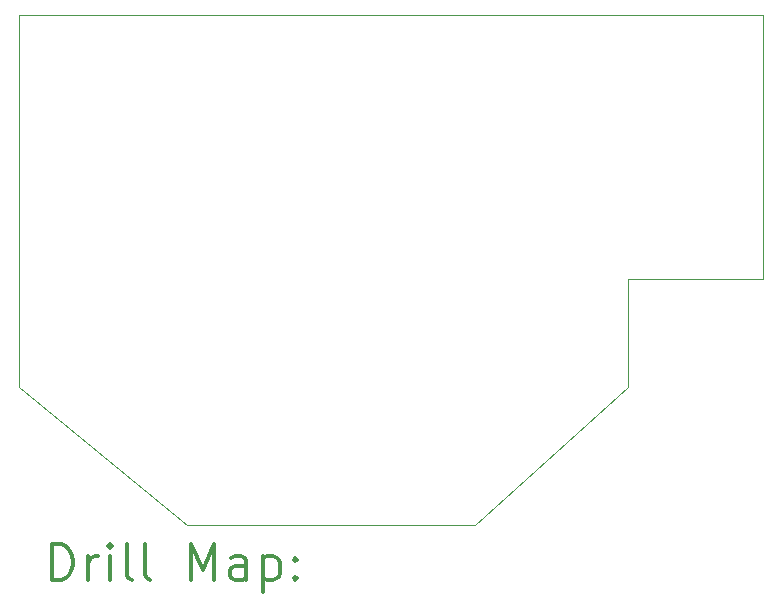
<source format=gbr>
%FSLAX45Y45*%
G04 Gerber Fmt 4.5, Leading zero omitted, Abs format (unit mm)*
G04 Created by KiCad (PCBNEW (5.1.6)-1) date 2022-09-12 11:24:06*
%MOMM*%
%LPD*%
G01*
G04 APERTURE LIST*
%TA.AperFunction,Profile*%
%ADD10C,0.050000*%
%TD*%
%ADD11C,0.200000*%
%ADD12C,0.300000*%
G04 APERTURE END LIST*
D10*
X14071600Y-12293600D02*
X12649200Y-11125200D01*
X12649200Y-11023600D02*
X12649200Y-11125200D01*
X14071600Y-12293600D02*
X15290800Y-12293600D01*
X12649200Y-7975600D02*
X12649200Y-11023600D01*
X18948400Y-7975600D02*
X12649200Y-7975600D01*
X18948400Y-10210800D02*
X18948400Y-7975600D01*
X17805400Y-10210800D02*
X18948400Y-10210800D01*
X17805400Y-11125200D02*
X17805400Y-10210800D01*
X16510000Y-12293600D02*
X17805400Y-11125200D01*
X15290800Y-12293600D02*
X16510000Y-12293600D01*
D11*
D12*
X12933128Y-12761814D02*
X12933128Y-12461814D01*
X13004557Y-12461814D01*
X13047414Y-12476100D01*
X13075986Y-12504671D01*
X13090271Y-12533243D01*
X13104557Y-12590386D01*
X13104557Y-12633243D01*
X13090271Y-12690386D01*
X13075986Y-12718957D01*
X13047414Y-12747529D01*
X13004557Y-12761814D01*
X12933128Y-12761814D01*
X13233128Y-12761814D02*
X13233128Y-12561814D01*
X13233128Y-12618957D02*
X13247414Y-12590386D01*
X13261700Y-12576100D01*
X13290271Y-12561814D01*
X13318843Y-12561814D01*
X13418843Y-12761814D02*
X13418843Y-12561814D01*
X13418843Y-12461814D02*
X13404557Y-12476100D01*
X13418843Y-12490386D01*
X13433128Y-12476100D01*
X13418843Y-12461814D01*
X13418843Y-12490386D01*
X13604557Y-12761814D02*
X13575986Y-12747529D01*
X13561700Y-12718957D01*
X13561700Y-12461814D01*
X13761700Y-12761814D02*
X13733128Y-12747529D01*
X13718843Y-12718957D01*
X13718843Y-12461814D01*
X14104557Y-12761814D02*
X14104557Y-12461814D01*
X14204557Y-12676100D01*
X14304557Y-12461814D01*
X14304557Y-12761814D01*
X14575986Y-12761814D02*
X14575986Y-12604671D01*
X14561700Y-12576100D01*
X14533128Y-12561814D01*
X14475986Y-12561814D01*
X14447414Y-12576100D01*
X14575986Y-12747529D02*
X14547414Y-12761814D01*
X14475986Y-12761814D01*
X14447414Y-12747529D01*
X14433128Y-12718957D01*
X14433128Y-12690386D01*
X14447414Y-12661814D01*
X14475986Y-12647529D01*
X14547414Y-12647529D01*
X14575986Y-12633243D01*
X14718843Y-12561814D02*
X14718843Y-12861814D01*
X14718843Y-12576100D02*
X14747414Y-12561814D01*
X14804557Y-12561814D01*
X14833128Y-12576100D01*
X14847414Y-12590386D01*
X14861700Y-12618957D01*
X14861700Y-12704671D01*
X14847414Y-12733243D01*
X14833128Y-12747529D01*
X14804557Y-12761814D01*
X14747414Y-12761814D01*
X14718843Y-12747529D01*
X14990271Y-12733243D02*
X15004557Y-12747529D01*
X14990271Y-12761814D01*
X14975986Y-12747529D01*
X14990271Y-12733243D01*
X14990271Y-12761814D01*
X14990271Y-12576100D02*
X15004557Y-12590386D01*
X14990271Y-12604671D01*
X14975986Y-12590386D01*
X14990271Y-12576100D01*
X14990271Y-12604671D01*
M02*

</source>
